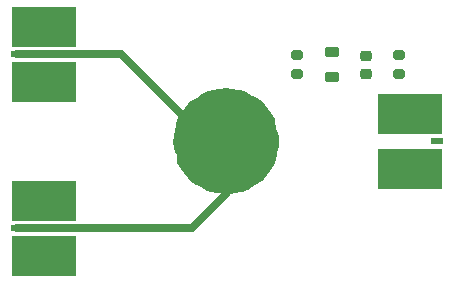
<source format=gbr>
%TF.GenerationSoftware,KiCad,Pcbnew,(6.0.4-0)*%
%TF.CreationDate,2022-03-26T13:16:05-05:00*%
%TF.ProjectId,EE515X_Project_No_Matching,45453531-3558-45f5-9072-6f6a6563745f,rev?*%
%TF.SameCoordinates,Original*%
%TF.FileFunction,Soldermask,Top*%
%TF.FilePolarity,Negative*%
%FSLAX46Y46*%
G04 Gerber Fmt 4.6, Leading zero omitted, Abs format (unit mm)*
G04 Created by KiCad (PCBNEW (6.0.4-0)) date 2022-03-26 13:16:05*
%MOMM*%
%LPD*%
G01*
G04 APERTURE LIST*
G04 Aperture macros list*
%AMRoundRect*
0 Rectangle with rounded corners*
0 $1 Rounding radius*
0 $2 $3 $4 $5 $6 $7 $8 $9 X,Y pos of 4 corners*
0 Add a 4 corners polygon primitive as box body*
4,1,4,$2,$3,$4,$5,$6,$7,$8,$9,$2,$3,0*
0 Add four circle primitives for the rounded corners*
1,1,$1+$1,$2,$3*
1,1,$1+$1,$4,$5*
1,1,$1+$1,$6,$7*
1,1,$1+$1,$8,$9*
0 Add four rect primitives between the rounded corners*
20,1,$1+$1,$2,$3,$4,$5,0*
20,1,$1+$1,$4,$5,$6,$7,0*
20,1,$1+$1,$6,$7,$8,$9,0*
20,1,$1+$1,$8,$9,$2,$3,0*%
G04 Aperture macros list end*
%ADD10C,0.712420*%
%ADD11C,0.527000*%
%ADD12C,4.521200*%
%ADD13R,1.016000X0.508000*%
%ADD14C,0.762000*%
%ADD15R,5.537200X3.449320*%
%ADD16RoundRect,0.225000X0.250000X-0.225000X0.250000X0.225000X-0.250000X0.225000X-0.250000X-0.225000X0*%
%ADD17R,0.600000X0.700000*%
%ADD18RoundRect,0.200000X-0.275000X0.200000X-0.275000X-0.200000X0.275000X-0.200000X0.275000X0.200000X0*%
%ADD19RoundRect,0.218750X-0.381250X0.218750X-0.381250X-0.218750X0.381250X-0.218750X0.381250X0.218750X0*%
G04 APERTURE END LIST*
D10*
X78232000Y-97028000D02*
X87085077Y-97028000D01*
X78221700Y-111760000D02*
X93091000Y-111760000D01*
X95948223Y-108902777D02*
X95948223Y-108488494D01*
X87085077Y-97028000D02*
X92402580Y-102345503D01*
D11*
X92444477Y-102387400D02*
X92402580Y-102345503D01*
X92472967Y-102387400D02*
X92444477Y-102387400D01*
X95948223Y-108488494D02*
X95948223Y-108407477D01*
X95948223Y-108407477D02*
X95948500Y-108407200D01*
D10*
X93091000Y-111760000D02*
X95948223Y-108902777D01*
%TO.C,ST1*%
G36*
X96239466Y-100787262D02*
G01*
X96432864Y-100803667D01*
X96625396Y-100828237D01*
X96816716Y-100860930D01*
X97006482Y-100901686D01*
X97194354Y-100950432D01*
X97379996Y-101007081D01*
X97563076Y-101071532D01*
X97743266Y-101143669D01*
X97920243Y-101223363D01*
X98093691Y-101310472D01*
X98263299Y-101404839D01*
X98428764Y-101506297D01*
X98589789Y-101614662D01*
X98746086Y-101729741D01*
X98897376Y-101851328D01*
X96627950Y-104555925D01*
X95269050Y-104555925D01*
X92999624Y-101851328D01*
X93150914Y-101729741D01*
X93307211Y-101614662D01*
X93468236Y-101506297D01*
X93633701Y-101404839D01*
X93803309Y-101310472D01*
X93976757Y-101223363D01*
X94153734Y-101143669D01*
X94333924Y-101071532D01*
X94517004Y-101007081D01*
X94702646Y-100950432D01*
X94890518Y-100901686D01*
X95080284Y-100860930D01*
X95271604Y-100828237D01*
X95464136Y-100803667D01*
X95657534Y-100787262D01*
X95851453Y-100779052D01*
X96045547Y-100779052D01*
X96239466Y-100787262D01*
G37*
%TO.C,HY1*%
D12*
X98209100Y-104394000D02*
G75*
G03*
X98209100Y-104394000I-2260600J0D01*
G01*
%TD*%
D13*
%TO.C,J2*%
X78221688Y-111760000D03*
D14*
X82158688Y-112826800D03*
X82158688Y-110693200D03*
X80888688Y-110693200D03*
D15*
X80482288Y-114100610D03*
D14*
X79618688Y-110693200D03*
X78348688Y-110693200D03*
X78348688Y-112826800D03*
X80888688Y-112826800D03*
X79618688Y-112826800D03*
D15*
X80482288Y-109419390D03*
%TD*%
D13*
%TO.C,J1*%
X78232000Y-97028000D03*
D14*
X82169000Y-98094800D03*
X82169000Y-95961200D03*
X80899000Y-95961200D03*
D15*
X80492600Y-99368610D03*
D14*
X79629000Y-95961200D03*
X78359000Y-95961200D03*
X78359000Y-98094800D03*
X80899000Y-98094800D03*
X79629000Y-98094800D03*
D15*
X80492600Y-94687390D03*
%TD*%
D13*
%TO.C,J3*%
X113802312Y-104394000D03*
D14*
X109865312Y-103327200D03*
X109865312Y-105460800D03*
X111135312Y-105460800D03*
D15*
X111541712Y-102053390D03*
D14*
X112405312Y-105460800D03*
X113675312Y-105460800D03*
X113675312Y-103327200D03*
X111135312Y-103327200D03*
X112405312Y-103327200D03*
D15*
X111541712Y-106734610D03*
%TD*%
D16*
%TO.C,C1*%
X107823000Y-98692000D03*
X107823000Y-97142000D03*
%TD*%
D17*
%TO.C,D2*%
X97918500Y-104394000D03*
X96518500Y-104394000D03*
%TD*%
D18*
%TO.C,R1*%
X101985668Y-97092000D03*
X101985668Y-98742000D03*
%TD*%
%TO.C,R2*%
X110621668Y-97092000D03*
X110621668Y-98742000D03*
%TD*%
D17*
%TO.C,D1*%
X95378500Y-104394000D03*
X93978500Y-104394000D03*
%TD*%
D19*
%TO.C,L1*%
X104904334Y-96854500D03*
X104904334Y-98979500D03*
%TD*%
M02*

</source>
